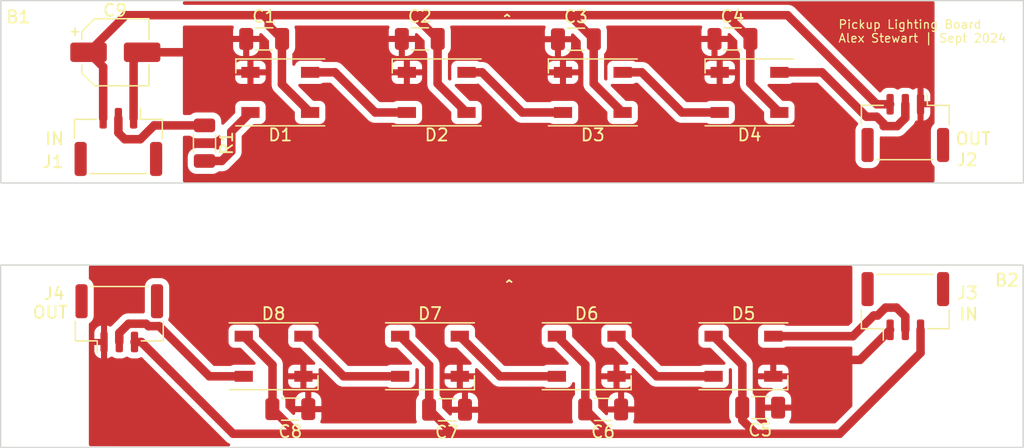
<source format=kicad_pcb>
(kicad_pcb (version 20221018) (generator pcbnew)
  (layers (0 "F.Cu" signal) (31 "B.Cu" signal) (34 "B.Paste" user) (35 "F.Paste" user) (36 "B.SilkS" user "B.Silkscreen") (37 "F.SilkS" user "F.Silkscreen") (38 "B.Mask" user) (39 "F.Mask" user) (44 "Edge.Cuts" user))
  (net 0 "")
  (net 1 "GND")
  (net 2 "VDD")
  (net 3 "GND1")
  (net 4 "VDDA")
  (net 5 "Net-(D1-DOUT)")
  (net 6 "Net-(D1-DIN)")
  (net 7 "Net-(D2-DOUT)")
  (net 8 "Net-(D3-DOUT)")
  (net 9 "Net-(D4-DOUT)")
  (net 10 "Net-(D5-DOUT)")
  (net 11 "Net-(D5-DIN)")
  (net 12 "Net-(D6-DOUT)")
  (net 13 "Net-(D7-DOUT)")
  (net 14 "Net-(D8-DOUT)")
  (net 15 "Net-(J1-Pin_2)")
  (footprint "Resistor_SMD:R_1206_3216Metric" (layer "F.Cu") (at 129.275 29.175 -90)
    (fp_text reference "R1" (at 0 -1.82 90) (layer "F.SilkS"))
    (fp_text value "470R" hide)
    (fp_line (start -0.727064 -0.91) (end 0.727064 -0.91) (stroke (width 0.12)) (layer "F.SilkS"))
    (fp_line (start -0.727064 0.91) (end 0.727064 0.91) (stroke (width 0.12)) (layer "F.SilkS"))
    (pad "1" smd roundrect (at -1.4625 0 270) (size 1.125 1.75) (layers "F.Cu" "F.Paste" "F.Mask") (roundrect_rratio 0.2222222222) (net 15 "Net-(J1-Pin_2)"))
    (pad "2" smd roundrect (at 1.4625 0 270) (size 1.125 1.75) (layers "F.Cu" "F.Paste" "F.Mask") (roundrect_rratio 0.2222222222) (net 6 "Net-(D1-DIN)"))
  )
  (footprint "LED_SMD:LED_WS2812B_PLCC4_5.0x5.0mm_P3.2mm" (layer "F.Cu") (at 134.95 46.7)
    (fp_text reference "D8" (at 0 -3.5) (layer "F.SilkS"))
    (fp_text value "WS2812B" hide)
    (fp_line (start -3.65 -2.75) (end 3.65 -2.75) (stroke (width 0.12)) (layer "F.SilkS"))
    (fp_line (start -3.65 2.75) (end 3.65 2.75) (stroke (width 0.12)) (layer "F.SilkS"))
    (fp_line (start 3.65 2.75) (end 3.65 1.6) (stroke (width 0.12)) (layer "F.SilkS"))
    (pad "1" smd rect (at -2.45 -1.65) (size 1.5 0.9) (layers "F.Cu" "F.Paste" "F.Mask") (net 4 "VDDA"))
    (pad "2" smd rect (at -2.45 1.65) (size 1.5 0.9) (layers "F.Cu" "F.Paste" "F.Mask") (net 14 "Net-(D8-DOUT)"))
    (pad "3" smd rect (at 2.45 1.65) (size 1.5 0.9) (layers "F.Cu" "F.Paste" "F.Mask") (net 3 "GND1"))
    (pad "4" smd rect (at 2.45 -1.65) (size 1.5 0.9) (layers "F.Cu" "F.Paste" "F.Mask") (net 13 "Net-(D7-DOUT)"))
  )
  (footprint "LED_SMD:LED_WS2812B_PLCC4_5.0x5.0mm_P3.2mm" (layer "F.Cu") (at 173.55 46.7)
    (fp_text reference "D5" (at 0 -3.5) (layer "F.SilkS"))
    (fp_text value "WS2812B" hide)
    (fp_line (start -3.65 -2.75) (end 3.65 -2.75) (stroke (width 0.12)) (layer "F.SilkS"))
    (fp_line (start -3.65 2.75) (end 3.65 2.75) (stroke (width 0.12)) (layer "F.SilkS"))
    (fp_line (start 3.65 2.75) (end 3.65 1.6) (stroke (width 0.12)) (layer "F.SilkS"))
    (pad "1" smd rect (at -2.45 -1.65) (size 1.5 0.9) (layers "F.Cu" "F.Paste" "F.Mask") (net 4 "VDDA"))
    (pad "2" smd rect (at -2.45 1.65) (size 1.5 0.9) (layers "F.Cu" "F.Paste" "F.Mask") (net 10 "Net-(D5-DOUT)"))
    (pad "3" smd rect (at 2.45 1.65) (size 1.5 0.9) (layers "F.Cu" "F.Paste" "F.Mask") (net 3 "GND1"))
    (pad "4" smd rect (at 2.45 -1.65) (size 1.5 0.9) (layers "F.Cu" "F.Paste" "F.Mask") (net 11 "Net-(D5-DIN)"))
  )
  (footprint "Capacitor_SMD:C_1206_3216Metric" (layer "F.Cu") (at 146.9625 20.6)
    (fp_text reference "C2" (at 0 -1.85) (layer "F.SilkS"))
    (fp_text value "100nf")
    (fp_line (start -0.711252 -0.91) (end 0.711252 -0.91) (stroke (width 0.12)) (layer "F.SilkS"))
    (fp_line (start -0.711252 0.91) (end 0.711252 0.91) (stroke (width 0.12)) (layer "F.SilkS"))
    (pad "1" smd roundrect (at -1.475 0) (size 1.15 1.8) (layers "F.Cu" "F.Paste" "F.Mask") (roundrect_rratio 0.2173913043) (net 1 "GND"))
    (pad "2" smd roundrect (at 1.475 0) (size 1.15 1.8) (layers "F.Cu" "F.Paste" "F.Mask") (roundrect_rratio 0.2173913043) (net 2 "VDD"))
  )
  (footprint "Capacitor_SMD:CP_Elec_5x5.4" (layer "F.Cu") (at 121.95 21.7)
    (fp_text reference "C9" (at -0.025 -3.45) (layer "F.SilkS"))
    (fp_text value "100uf 10V" hide)
    (fp_line (start -3.625 -1.685) (end -3 -1.685) (stroke (width 0.12)) (layer "F.SilkS"))
    (fp_line (start -3.3125 -1.9975) (end -3.3125 -1.3725) (stroke (width 0.12)) (layer "F.SilkS"))
    (fp_line (start -2.76 -1.695563) (end -2.76 -1.06) (stroke (width 0.12)) (layer "F.SilkS"))
    (fp_line (start -2.76 -1.695563) (end -1.695563 -2.76) (stroke (width 0.12)) (layer "F.SilkS"))
    (fp_line (start -2.76 1.695563) (end -2.76 1.06) (stroke (width 0.12)) (layer "F.SilkS"))
    (fp_line (start -2.76 1.695563) (end -1.695563 2.76) (stroke (width 0.12)) (layer "F.SilkS"))
    (fp_line (start -1.695563 -2.76) (end 2.76 -2.76) (stroke (width 0.12)) (layer "F.SilkS"))
    (fp_line (start -1.695563 2.76) (end 2.76 2.76) (stroke (width 0.12)) (layer "F.SilkS"))
    (fp_line (start 2.76 -2.76) (end 2.76 -1.06) (stroke (width 0.12)) (layer "F.SilkS"))
    (fp_line (start 2.76 2.76) (end 2.76 1.06) (stroke (width 0.12)) (layer "F.SilkS"))
    (pad "1" smd roundrect (at -2.2 0) (size 3 1.6) (layers "F.Cu" "F.Paste" "F.Mask") (roundrect_rratio 0.15625) (net 2 "VDD"))
    (pad "2" smd roundrect (at 2.2 0) (size 3 1.6) (layers "F.Cu" "F.Paste" "F.Mask") (roundrect_rratio 0.15625) (net 1 "GND"))
  )
  (footprint "MountingHole:MountingHole_2.5mm" (layer "F.Cu") (at 115.35 46.75)
    (fp_text reference "REF**" hide)
    (fp_text value "MountingHole_2.5mm" hide)
    (pad "" np_thru_hole circle (at 0 0) (size 2.5 2.5) (drill 2.5) (layers "F&B.Cu" "*.Mask"))
  )
  (footprint "Connector_JST:JST_GH_BM03B-GHS-TBT_1x03-1MP_P1.25mm_Vertical" (layer "F.Cu") (at 122.275 43.575)
    (fp_text reference "J4" (at -5.35 -2.025) (layer "F.SilkS"))
    (fp_text value "Board 2 Out")
    (fp_line (start -3.61 0.26) (end -3.61 1.86) (stroke (width 0.12)) (layer "F.SilkS"))
    (fp_line (start -3.61 1.86) (end -1.81 1.86) (stroke (width 0.12)) (layer "F.SilkS"))
    (fp_line (start -2.34 -2.61) (end 2.34 -2.61) (stroke (width 0.12)) (layer "F.SilkS"))
    (fp_line (start -1.81 1.86) (end -1.81 2.8) (stroke (width 0.12)) (layer "F.SilkS"))
    (fp_line (start 3.61 0.26) (end 3.61 1.86) (stroke (width 0.12)) (layer "F.SilkS"))
    (fp_line (start 3.61 1.86) (end 1.81 1.86) (stroke (width 0.12)) (layer "F.SilkS"))
    (pad "1" smd roundrect (at -1.25 1.95) (size 0.6 1.7) (layers "F.Cu" "F.Paste" "F.Mask") (net 3 "GND1"))
    (pad "2" smd roundrect (at 0 1.95) (size 0.6 1.7) (layers "F.Cu" "F.Paste" "F.Mask") (net 14 "Net-(D8-DOUT)"))
    (pad "3" smd roundrect (at 1.25 1.95) (size 0.6 1.7) (layers "F.Cu" "F.Paste" "F.Mask") (net 4 "VDDA"))
    (pad "MP" smd roundrect (at -3.1 -1.4) (size 1 2.8) (layers "F.Cu" "F.Paste" "F.Mask"))
    (pad "MP" smd roundrect (at 3.1 -1.4) (size 1 2.8) (layers "F.Cu" "F.Paste" "F.Mask"))
  )
  (footprint "Connector_JST:JST_GH_BM03B-GHS-TBT_1x03-1MP_P1.25mm_Vertical" (layer "F.Cu") (at 186.85 27.925 180)
    (fp_text reference "J2" (at -5.075 -2.625) (layer "F.SilkS"))
    (fp_text value "Board 1 Out")
    (fp_line (start -3.61 0.26) (end -3.61 1.86) (stroke (width 0.12)) (layer "F.SilkS"))
    (fp_line (start -3.61 1.86) (end -1.81 1.86) (stroke (width 0.12)) (layer "F.SilkS"))
    (fp_line (start -2.34 -2.61) (end 2.34 -2.61) (stroke (width 0.12)) (layer "F.SilkS"))
    (fp_line (start -1.81 1.86) (end -1.81 2.8) (stroke (width 0.12)) (layer "F.SilkS"))
    (fp_line (start 3.61 0.26) (end 3.61 1.86) (stroke (width 0.12)) (layer "F.SilkS"))
    (fp_line (start 3.61 1.86) (end 1.81 1.86) (stroke (width 0.12)) (layer "F.SilkS"))
    (pad "1" smd roundrect (at -1.25 1.95 180) (size 0.6 1.7) (layers "F.Cu" "F.Paste" "F.Mask") (net 1 "GND"))
    (pad "2" smd roundrect (at 0 1.95 180) (size 0.6 1.7) (layers "F.Cu" "F.Paste" "F.Mask") (net 9 "Net-(D4-DOUT)"))
    (pad "3" smd roundrect (at 1.25 1.95 180) (size 0.6 1.7) (layers "F.Cu" "F.Paste" "F.Mask") (net 2 "VDD"))
    (pad "MP" smd roundrect (at -3.1 -1.4 180) (size 1 2.8) (layers "F.Cu" "F.Paste" "F.Mask"))
    (pad "MP" smd roundrect (at 3.1 -1.4 180) (size 1 2.8) (layers "F.Cu" "F.Paste" "F.Mask"))
  )
  (footprint "LED_SMD:LED_WS2812B_PLCC4_5.0x5.0mm_P3.2mm" (layer "F.Cu") (at 148.35 25 180)
    (fp_text reference "D2" (at 0 -3.5) (layer "F.SilkS"))
    (fp_text value "WS2812B" hide)
    (fp_line (start -3.65 -2.75) (end 3.65 -2.75) (stroke (width 0.12)) (layer "F.SilkS"))
    (fp_line (start -3.65 2.75) (end 3.65 2.75) (stroke (width 0.12)) (layer "F.SilkS"))
    (fp_line (start 3.65 2.75) (end 3.65 1.6) (stroke (width 0.12)) (layer "F.SilkS"))
    (pad "1" smd rect (at -2.45 -1.65 180) (size 1.5 0.9) (layers "F.Cu" "F.Paste" "F.Mask") (net 2 "VDD"))
    (pad "2" smd rect (at -2.45 1.65 180) (size 1.5 0.9) (layers "F.Cu" "F.Paste" "F.Mask") (net 7 "Net-(D2-DOUT)"))
    (pad "3" smd rect (at 2.45 1.65 180) (size 1.5 0.9) (layers "F.Cu" "F.Paste" "F.Mask") (net 1 "GND"))
    (pad "4" smd rect (at 2.45 -1.65 180) (size 1.5 0.9) (layers "F.Cu" "F.Paste" "F.Mask") (net 5 "Net-(D1-DOUT)"))
  )
  (footprint "Capacitor_SMD:C_1206_3216Metric" (layer "F.Cu") (at 172.65 20.6)
    (fp_text reference "C4" (at 0 -1.85) (layer "F.SilkS"))
    (fp_text value "100nf")
    (fp_line (start -0.711252 -0.91) (end 0.711252 -0.91) (stroke (width 0.12)) (layer "F.SilkS"))
    (fp_line (start -0.711252 0.91) (end 0.711252 0.91) (stroke (width 0.12)) (layer "F.SilkS"))
    (pad "1" smd roundrect (at -1.475 0) (size 1.15 1.8) (layers "F.Cu" "F.Paste" "F.Mask") (roundrect_rratio 0.2173913043) (net 1 "GND"))
    (pad "2" smd roundrect (at 1.475 0) (size 1.15 1.8) (layers "F.Cu" "F.Paste" "F.Mask") (roundrect_rratio 0.2173913043) (net 2 "VDD"))
  )
  (footprint "Capacitor_SMD:C_1206_3216Metric" (layer "F.Cu") (at 149.2 51.1 180)
    (fp_text reference "C7" (at 0 -1.85 180) (layer "F.SilkS"))
    (fp_text value "100nf")
    (fp_line (start -0.711252 -0.91) (end 0.711252 -0.91) (stroke (width 0.12)) (layer "F.SilkS"))
    (fp_line (start -0.711252 0.91) (end 0.711252 0.91) (stroke (width 0.12)) (layer "F.SilkS"))
    (pad "1" smd roundrect (at -1.475 0 180) (size 1.15 1.8) (layers "F.Cu" "F.Paste" "F.Mask") (roundrect_rratio 0.2173913043) (net 3 "GND1"))
    (pad "2" smd roundrect (at 1.475 0 180) (size 1.15 1.8) (layers "F.Cu" "F.Paste" "F.Mask") (roundrect_rratio 0.2173913043) (net 4 "VDDA"))
  )
  (footprint "Capacitor_SMD:C_1206_3216Metric" (layer "F.Cu") (at 159.7875 20.625)
    (fp_text reference "C3" (at 0 -1.85) (layer "F.SilkS"))
    (fp_text value "100nf")
    (fp_line (start -0.711252 -0.91) (end 0.711252 -0.91) (stroke (width 0.12)) (layer "F.SilkS"))
    (fp_line (start -0.711252 0.91) (end 0.711252 0.91) (stroke (width 0.12)) (layer "F.SilkS"))
    (pad "1" smd roundrect (at -1.475 0) (size 1.15 1.8) (layers "F.Cu" "F.Paste" "F.Mask") (roundrect_rratio 0.2173913043) (net 1 "GND"))
    (pad "2" smd roundrect (at 1.475 0) (size 1.15 1.8) (layers "F.Cu" "F.Paste" "F.Mask") (roundrect_rratio 0.2173913043) (net 2 "VDD"))
  )
  (footprint "MountingHole:MountingHole_2.5mm" (layer "F.Cu") (at 115.375 25)
    (fp_text reference "REF**" hide)
    (fp_text value "MountingHole_2.5mm" hide)
    (pad "" np_thru_hole circle (at 0 0) (size 2.5 2.5) (drill 2.5) (layers "F&B.Cu" "*.Mask"))
  )
  (footprint "Capacitor_SMD:C_1206_3216Metric" (layer "F.Cu") (at 136.325 51.05 180)
    (fp_text reference "C8" (at 0 -1.85 180) (layer "F.SilkS"))
    (fp_text value "100nf")
    (fp_line (start -0.711252 -0.91) (end 0.711252 -0.91) (stroke (width 0.12)) (layer "F.SilkS"))
    (fp_line (start -0.711252 0.91) (end 0.711252 0.91) (stroke (width 0.12)) (layer "F.SilkS"))
    (pad "1" smd roundrect (at -1.475 0 180) (size 1.15 1.8) (layers "F.Cu" "F.Paste" "F.Mask") (roundrect_rratio 0.2173913043) (net 3 "GND1"))
    (pad "2" smd roundrect (at 1.475 0 180) (size 1.15 1.8) (layers "F.Cu" "F.Paste" "F.Mask") (roundrect_rratio 0.2173913043) (net 4 "VDDA"))
  )
  (footprint "MountingHole:MountingHole_2.5mm" (layer "F.Cu") (at 193.7 46.75)
    (fp_text reference "REF**" hide)
    (fp_text value "MountingHole_2.5mm" hide)
    (pad "" np_thru_hole circle (at 0 0) (size 2.5 2.5) (drill 2.5) (layers "F&B.Cu" "*.Mask"))
  )
  (footprint "Connector_JST:JST_GH_BM03B-GHS-TBT_1x03-1MP_P1.25mm_Vertical" (layer "F.Cu") (at 186.85 42.575)
    (fp_text reference "J3" (at 5.1 -1.075) (layer "F.SilkS"))
    (fp_text value "Board 2 In")
    (fp_line (start -3.61 0.26) (end -3.61 1.86) (stroke (width 0.12)) (layer "F.SilkS"))
    (fp_line (start -3.61 1.86) (end -1.81 1.86) (stroke (width 0.12)) (layer "F.SilkS"))
    (fp_line (start -2.34 -2.61) (end 2.34 -2.61) (stroke (width 0.12)) (layer "F.SilkS"))
    (fp_line (start -1.81 1.86) (end -1.81 2.8) (stroke (width 0.12)) (layer "F.SilkS"))
    (fp_line (start 3.61 0.26) (end 3.61 1.86) (stroke (width 0.12)) (layer "F.SilkS"))
    (fp_line (start 3.61 1.86) (end 1.81 1.86) (stroke (width 0.12)) (layer "F.SilkS"))
    (pad "1" smd roundrect (at -1.25 1.95) (size 0.6 1.7) (layers "F.Cu" "F.Paste" "F.Mask") (net 3 "GND1"))
    (pad "2" smd roundrect (at 0 1.95) (size 0.6 1.7) (layers "F.Cu" "F.Paste" "F.Mask") (net 11 "Net-(D5-DIN)"))
    (pad "3" smd roundrect (at 1.25 1.95) (size 0.6 1.7) (layers "F.Cu" "F.Paste" "F.Mask") (net 4 "VDDA"))
    (pad "MP" smd roundrect (at -3.1 -1.4) (size 1 2.8) (layers "F.Cu" "F.Paste" "F.Mask"))
    (pad "MP" smd roundrect (at 3.1 -1.4) (size 1 2.8) (layers "F.Cu" "F.Paste" "F.Mask"))
  )
  (footprint "MountingHole:MountingHole_2.5mm" (layer "F.Cu") (at 193.725 25)
    (fp_text reference "REF**" hide)
    (fp_text value "MountingHole_2.5mm" hide)
    (pad "" np_thru_hole circle (at 0 0) (size 2.5 2.5) (drill 2.5) (layers "*.Cu" "*.Mask"))
  )
  (footprint "Capacitor_SMD:C_1206_3216Metric" (layer "F.Cu") (at 134.175 20.6)
    (fp_text reference "C1" (at 0 -1.85) (layer "F.SilkS"))
    (fp_text value "100nf")
    (fp_line (start -0.711252 -0.91) (end 0.711252 -0.91) (stroke (width 0.12)) (layer "F.SilkS"))
    (fp_line (start -0.711252 0.91) (end 0.711252 0.91) (stroke (width 0.12)) (layer "F.SilkS"))
    (pad "1" smd roundrect (at -1.475 0) (size 1.15 1.8) (layers "F.Cu" "F.Paste" "F.Mask") (roundrect_rratio 0.2173913043) (net 1 "GND"))
    (pad "2" smd roundrect (at 1.475 0) (size 1.15 1.8) (layers "F.Cu" "F.Paste" "F.Mask") (roundrect_rratio 0.2173913043) (net 2 "VDD"))
  )
  (footprint "Capacitor_SMD:C_1206_3216Metric" (layer "F.Cu") (at 174.925 50.925 180)
    (fp_text reference "C5" (at 0 -1.85 180) (layer "F.SilkS"))
    (fp_text value "100nf")
    (fp_line (start -0.711252 -0.91) (end 0.711252 -0.91) (stroke (width 0.12)) (layer "F.SilkS"))
    (fp_line (start -0.711252 0.91) (end 0.711252 0.91) (stroke (width 0.12)) (layer "F.SilkS"))
    (pad "1" smd roundrect (at -1.475 0 180) (size 1.15 1.8) (layers "F.Cu" "F.Paste" "F.Mask") (roundrect_rratio 0.2173913043) (net 3 "GND1"))
    (pad "2" smd roundrect (at 1.475 0 180) (size 1.15 1.8) (layers "F.Cu" "F.Paste" "F.Mask") (roundrect_rratio 0.2173913043) (net 4 "VDDA"))
  )
  (footprint "LED_SMD:LED_WS2812B_PLCC4_5.0x5.0mm_P3.2mm" (layer "F.Cu") (at 147.8 46.7)
    (fp_text reference "D7" (at 0 -3.5) (layer "F.SilkS"))
    (fp_text value "WS2812B" hide)
    (fp_line (start -3.65 -2.75) (end 3.65 -2.75) (stroke (width 0.12)) (layer "F.SilkS"))
    (fp_line (start -3.65 2.75) (end 3.65 2.75) (stroke (width 0.12)) (layer "F.SilkS"))
    (fp_line (start 3.65 2.75) (end 3.65 1.6) (stroke (width 0.12)) (layer "F.SilkS"))
    (pad "1" smd rect (at -2.45 -1.65) (size 1.5 0.9) (layers "F.Cu" "F.Paste" "F.Mask") (net 4 "VDDA"))
    (pad "2" smd rect (at -2.45 1.65) (size 1.5 0.9) (layers "F.Cu" "F.Paste" "F.Mask") (net 13 "Net-(D7-DOUT)"))
    (pad "3" smd rect (at 2.45 1.65) (size 1.5 0.9) (layers "F.Cu" "F.Paste" "F.Mask") (net 3 "GND1"))
    (pad "4" smd rect (at 2.45 -1.65) (size 1.5 0.9) (layers "F.Cu" "F.Paste" "F.Mask") (net 12 "Net-(D6-DOUT)"))
  )
  (footprint "LED_SMD:LED_WS2812B_PLCC4_5.0x5.0mm_P3.2mm" (layer "F.Cu") (at 135.5 25 180)
    (fp_text reference "D1" (at 0 -3.5) (layer "F.SilkS"))
    (fp_text value "WS2812B" hide)
    (fp_line (start -3.65 -2.75) (end 3.65 -2.75) (stroke (width 0.12)) (layer "F.SilkS"))
    (fp_line (start -3.65 2.75) (end 3.65 2.75) (stroke (width 0.12)) (layer "F.SilkS"))
    (fp_line (start 3.65 2.75) (end 3.65 1.6) (stroke (width 0.12)) (layer "F.SilkS"))
    (pad "1" smd rect (at -2.45 -1.65 180) (size 1.5 0.9) (layers "F.Cu" "F.Paste" "F.Mask") (net 2 "VDD"))
    (pad "2" smd rect (at -2.45 1.65 180) (size 1.5 0.9) (layers "F.Cu" "F.Paste" "F.Mask") (net 5 "Net-(D1-DOUT)"))
    (pad "3" smd rect (at 2.45 1.65 180) (size 1.5 0.9) (layers "F.Cu" "F.Paste" "F.Mask") (net 1 "GND"))
    (pad "4" smd rect (at 2.45 -1.65 180) (size 1.5 0.9) (layers "F.Cu" "F.Paste" "F.Mask") (net 6 "Net-(D1-DIN)"))
  )
  (footprint "LED_SMD:LED_WS2812B_PLCC4_5.0x5.0mm_P3.2mm" (layer "F.Cu") (at 161.175 25 180)
    (fp_text reference "D3" (at 0 -3.5) (layer "F.SilkS"))
    (fp_text value "WS2812B" hide)
    (fp_line (start -3.65 -2.75) (end 3.65 -2.75) (stroke (width 0.12)) (layer "F.SilkS"))
    (fp_line (start -3.65 2.75) (end 3.65 2.75) (stroke (width 0.12)) (layer "F.SilkS"))
    (fp_line (start 3.65 2.75) (end 3.65 1.6) (stroke (width 0.12)) (layer "F.SilkS"))
    (pad "1" smd rect (at -2.45 -1.65 180) (size 1.5 0.9) (layers "F.Cu" "F.Paste" "F.Mask") (net 2 "VDD"))
    (pad "2" smd rect (at -2.45 1.65 180) (size 1.5 0.9) (layers "F.Cu" "F.Paste" "F.Mask") (net 8 "Net-(D3-DOUT)"))
    (pad "3" smd rect (at 2.45 1.65 180) (size 1.5 0.9) (layers "F.Cu" "F.Paste" "F.Mask") (net 1 "GND"))
    (pad "4" smd rect (at 2.45 -1.65 180) (size 1.5 0.9) (layers "F.Cu" "F.Paste" "F.Mask") (net 7 "Net-(D2-DOUT)"))
  )
  (footprint "LED_SMD:LED_WS2812B_PLCC4_5.0x5.0mm_P3.2mm" (layer "F.Cu") (at 174.05 25 180)
    (fp_text reference "D4" (at 0 -3.5) (layer "F.SilkS"))
    (fp_text value "WS2812B" hide)
    (fp_line (start -3.65 -2.75) (end 3.65 -2.75) (stroke (width 0.12)) (layer "F.SilkS"))
    (fp_line (start -3.65 2.75) (end 3.65 2.75) (stroke (width 0.12)) (layer "F.SilkS"))
    (fp_line (start 3.65 2.75) (end 3.65 1.6) (stroke (width 0.12)) (layer "F.SilkS"))
    (pad "1" smd rect (at -2.45 -1.65 180) (size 1.5 0.9) (layers "F.Cu" "F.Paste" "F.Mask") (net 2 "VDD"))
    (pad "2" smd rect (at -2.45 1.65 180) (size 1.5 0.9) (layers "F.Cu" "F.Paste" "F.Mask") (net 9 "Net-(D4-DOUT)"))
    (pad "3" smd rect (at 2.45 1.65 180) (size 1.5 0.9) (layers "F.Cu" "F.Paste" "F.Mask") (net 1 "GND"))
    (pad "4" smd rect (at 2.45 -1.65 180) (size 1.5 0.9) (layers "F.Cu" "F.Paste" "F.Mask") (net 8 "Net-(D3-DOUT)"))
  )
  (footprint "LED_SMD:LED_WS2812B_PLCC4_5.0x5.0mm_P3.2mm" (layer "F.Cu") (at 160.675 46.7)
    (fp_text reference "D6" (at 0 -3.5) (layer "F.SilkS"))
    (fp_text value "WS2812B" hide)
    (fp_line (start -3.65 -2.75) (end 3.65 -2.75) (stroke (width 0.12)) (layer "F.SilkS"))
    (fp_line (start -3.65 2.75) (end 3.65 2.75) (stroke (width 0.12)) (layer "F.SilkS"))
    (fp_line (start 3.65 2.75) (end 3.65 1.6) (stroke (width 0.12)) (layer "F.SilkS"))
    (pad "1" smd rect (at -2.45 -1.65) (size 1.5 0.9) (layers "F.Cu" "F.Paste" "F.Mask") (net 4 "VDDA"))
    (pad "2" smd rect (at -2.45 1.65) (size 1.5 0.9) (layers "F.Cu" "F.Paste" "F.Mask") (net 12 "Net-(D6-DOUT)"))
    (pad "3" smd rect (at 2.45 1.65) (size 1.5 0.9) (layers "F.Cu" "F.Paste" "F.Mask") (net 3 "GND1"))
    (pad "4" smd rect (at 2.45 -1.65) (size 1.5 0.9) (layers "F.Cu" "F.Paste" "F.Mask") (net 10 "Net-(D5-DOUT)"))
  )
  (footprint "Capacitor_SMD:C_1206_3216Metric" (layer "F.Cu") (at 162.025 51.075 180)
    (fp_text reference "C6" (at 0 -1.85 180) (layer "F.SilkS"))
    (fp_text value "100nf")
    (fp_line (start -0.711252 -0.91) (end 0.711252 -0.91) (stroke (width 0.12)) (layer "F.SilkS"))
    (fp_line (start -0.711252 0.91) (end 0.711252 0.91) (stroke (width 0.12)) (layer "F.SilkS"))
    (pad "1" smd roundrect (at -1.475 0 180) (size 1.15 1.8) (layers "F.Cu" "F.Paste" "F.Mask") (roundrect_rratio 0.2173913043) (net 3 "GND1"))
    (pad "2" smd roundrect (at 1.475 0 180) (size 1.15 1.8) (layers "F.Cu" "F.Paste" "F.Mask") (roundrect_rratio 0.2173913043) (net 4 "VDDA"))
  )
  (footprint "Connector_JST:JST_GH_BM03B-GHS-TBT_1x03-1MP_P1.25mm_Vertical" (layer "F.Cu") (at 122.2 29.075 180)
    (fp_text reference "J1" (at 5.375 -1.625) (layer "F.SilkS"))
    (fp_text value "Board 1 In")
    (fp_line (start -3.61 0.26) (end -3.61 1.86) (stroke (width 0.12)) (layer "F.SilkS"))
    (fp_line (start -3.61 1.86) (end -1.81 1.86) (stroke (width 0.12)) (layer "F.SilkS"))
    (fp_line (start -2.34 -2.61) (end 2.34 -2.61) (stroke (width 0.12)) (layer "F.SilkS"))
    (fp_line (start -1.81 1.86) (end -1.81 2.8) (stroke (width 0.12)) (layer "F.SilkS"))
    (fp_line (start 3.61 0.26) (end 3.61 1.86) (stroke (width 0.12)) (layer "F.SilkS"))
    (fp_line (start 3.61 1.86) (end 1.81 1.86) (stroke (width 0.12)) (layer "F.SilkS"))
    (pad "1" smd roundrect (at -1.25 1.95 180) (size 0.6 1.7) (layers "F.Cu" "F.Paste" "F.Mask") (net 1 "GND"))
    (pad "2" smd roundrect (at 0 1.95 180) (size 0.6 1.7) (layers "F.Cu" "F.Paste" "F.Mask") (net 15 "Net-(J1-Pin_2)"))
    (pad "3" smd roundrect (at 1.25 1.95 180) (size 0.6 1.7) (layers "F.Cu" "F.Paste" "F.Mask") (net 2 "VDD"))
    (pad "MP" smd roundrect (at -3.1 -1.4 180) (size 1 2.8) (layers "F.Cu" "F.Paste" "F.Mask"))
    (pad "MP" smd roundrect (at 3.1 -1.4 180) (size 1 2.8) (layers "F.Cu" "F.Paste" "F.Mask"))
  )
  (gr_rect (start 112.55 17.45) (end 196.55 32.45) (stroke (width 0.1)) (fill none) (layer "Edge.Cuts"))
  (gr_rect (start 112.525 39.2) (end 196.525 54.2) (stroke (width 0.1)) (fill none) (layer "Edge.Cuts"))
  (gr_text "IN" (at 116.1 29.4) (layer "F.SilkS") (effects (font (size 1 1)) (justify left bottom)))
  (gr_text "OUT" (at 190.9 29.4) (layer "F.SilkS") (effects (font (size 1 1)) (justify left bottom)))
  (gr_text "B1" (at 112.9 19.375) (layer "F.SilkS") (effects (font (size 1 1)) (justify left bottom)))
  (gr_text "^" (at 153.925 41.625) (layer "F.SilkS") (effects (font (size 1 1)) (justify left bottom)))
  (gr_text "Pickup Lighting Board\nAlex Stewart | Sept 2024" (at 181.3 20.95) (layer "F.SilkS") (effects (font (size 0.7 0.7) (thickness 0.1)) (justify left bottom)))
  (gr_text "OUT" (at 115.075 43.675) (layer "F.SilkS") (effects (font (size 1 1)) (justify left bottom)))
  (gr_text "^" (at 153.75 19.775) (layer "F.SilkS") (effects (font (size 1 1)) (justify left bottom)))
  (gr_text "B2" (at 194.125 41.025) (layer "F.SilkS") (effects (font (size 1 1)) (justify left bottom)))
  (gr_text "IN" (at 191.2 43.825) (layer "F.SilkS") (effects (font (size 1 1)) (justify left bottom)))
  (segment (start 123.45 27.125) (end 123.45 22.4) (width 0.7) (layer "F.Cu") (net 1))
  (segment (start 124.15 21.7) (end 127.975 21.7) (width 0.7) (layer "F.Cu") (net 1))
  (segment (start 127.975 21.7) (end 128.025 21.65) (width 0.7) (layer "F.Cu") (net 1))
  (segment (start 123.45 22.4) (end 124.15 21.7) (width 0.7) (layer "F.Cu") (net 1))
  (segment (start 134.125 18.65) (end 146.475 18.65) (width 0.7) (layer "F.Cu") (net 2))
  (segment (start 159.275 18.65) (end 161.25 20.625) (width 0.7) (layer "F.Cu") (net 2))
  (segment (start 119.75 21.7) (end 122.8 18.65) (width 0.7) (layer "F.Cu") (net 2))
  (segment (start 135.6375 20.6) (end 135.6375 24.3375) (width 0.7) (layer "F.Cu") (net 2))
  (segment (start 146.475 18.65) (end 159.275 18.65) (width 0.7) (layer "F.Cu") (net 2))
  (segment (start 161.25 20.625) (end 161.25 24.275) (width 0.7) (layer "F.Cu") (net 2))
  (segment (start 174.1125 20.6) (end 174.1125 24.2625) (width 0.7) (layer "F.Cu") (net 2))
  (segment (start 135.6375 24.3375) (end 137.95 26.65) (width 0.7) (layer "F.Cu") (net 2))
  (segment (start 184.5 25.975) (end 185.6 25.975) (width 0.7) (layer "F.Cu") (net 2))
  (segment (start 134.125 18.65) (end 134.55 19.075) (width 0.7) (layer "F.Cu") (net 2))
  (segment (start 148.425 24.275) (end 150.8 26.65) (width 0.7) (layer "F.Cu") (net 2))
  (segment (start 172.1625 18.65) (end 174.1125 20.6) (width 0.7) (layer "F.Cu") (net 2))
  (segment (start 134.55 19.5125) (end 135.6375 20.6) (width 0.7) (layer "F.Cu") (net 2))
  (segment (start 159.275 18.65) (end 172.1625 18.65) (width 0.7) (layer "F.Cu") (net 2))
  (segment (start 148.425 20.6) (end 148.425 24.275) (width 0.7) (layer "F.Cu") (net 2))
  (segment (start 174.1125 24.2625) (end 176.5 26.65) (width 0.7) (layer "F.Cu") (net 2))
  (segment (start 120.95 27.125) (end 120.95 22.9) (width 0.7) (layer "F.Cu") (net 2))
  (segment (start 120.95 22.9) (end 119.75 21.7) (width 0.7) (layer "F.Cu") (net 2))
  (segment (start 177.175 18.65) (end 184.5 25.975) (width 0.7) (layer "F.Cu") (net 2))
  (segment (start 161.25 24.275) (end 163.625 26.65) (width 0.7) (layer "F.Cu") (net 2))
  (segment (start 172.1625 18.65) (end 177.175 18.65) (width 0.7) (layer "F.Cu") (net 2))
  (segment (start 134.55 19.075) (end 134.55 19.5125) (width 0.7) (layer "F.Cu") (net 2))
  (segment (start 122.8 18.65) (end 134.125 18.65) (width 0.7) (layer "F.Cu") (net 2))
  (segment (start 146.475 18.65) (end 148.425 20.6) (width 0.7) (layer "F.Cu") (net 2))
  (segment (start 183.125 47) (end 182.375 47) (width 0.7) (layer "F.Cu") (net 3))
  (segment (start 185.6 44.525) (end 183.125 47) (width 0.7) (layer "F.Cu") (net 3))
  (segment (start 174.575 53.075) (end 173.4625 51.9625) (width 0.7) (layer "F.Cu") (net 4))
  (segment (start 173.4625 47.4125) (end 171.1 45.05) (width 0.7) (layer "F.Cu") (net 4))
  (segment (start 147.7375 51.1) (end 147.7375 47.4375) (width 0.7) (layer "F.Cu") (net 4))
  (segment (start 160.5625 47.3875) (end 158.225 45.05) (width 0.7) (layer "F.Cu") (net 4))
  (segment (start 147.7375 47.4375) (end 145.35 45.05) (width 0.7) (layer "F.Cu") (net 4))
  (segment (start 174.575 53.075) (end 162.5625 53.075) (width 0.7) (layer "F.Cu") (net 4))
  (segment (start 160.5625 51.075) (end 160.5625 47.3875) (width 0.7) (layer "F.Cu") (net 4))
  (segment (start 173.4625 50.925) (end 173.4625 47.4125) (width 0.7) (layer "F.Cu") (net 4))
  (segment (start 149.7125 53.075) (end 147.7375 51.1) (width 0.7) (layer "F.Cu") (net 4))
  (segment (start 136.8875 53.075) (end 134.8625 51.05) (width 0.7) (layer "F.Cu") (net 4))
  (segment (start 131.625 53.075) (end 124.075 45.525) (width 0.7) (layer "F.Cu") (net 4))
  (segment (start 188.1 44.525) (end 188.1 46.425) (width 0.7) (layer "F.Cu") (net 4))
  (segment (start 162.5625 53.075) (end 149.7125 53.075) (width 0.7) (layer "F.Cu") (net 4))
  (segment (start 173.4625 51.9625) (end 173.4625 50.925) (width 0.7) (layer "F.Cu") (net 4))
  (segment (start 136.8875 53.075) (end 131.625 53.075) (width 0.7) (layer "F.Cu") (net 4))
  (segment (start 124.075 45.525) (end 123.525 45.525) (width 0.7) (layer "F.Cu") (net 4))
  (segment (start 134.8625 51.05) (end 134.8625 47.4125) (width 0.7) (layer "F.Cu") (net 4))
  (segment (start 188.1 46.425) (end 181.45 53.075) (width 0.7) (layer "F.Cu") (net 4))
  (segment (start 181.45 53.075) (end 174.575 53.075) (width 0.7) (layer "F.Cu") (net 4))
  (segment (start 134.8625 47.4125) (end 132.5 45.05) (width 0.7) (layer "F.Cu") (net 4))
  (segment (start 149.7125 53.075) (end 136.8875 53.075) (width 0.7) (layer "F.Cu") (net 4))
  (segment (start 162.5625 53.075) (end 160.5625 51.075) (width 0.7) (layer "F.Cu") (net 4))
  (segment (start 143.3 26.65) (end 145.9 26.65) (width 0.7) (layer "F.Cu") (net 5))
  (segment (start 140 23.35) (end 143.3 26.65) (width 0.7) (layer "F.Cu") (net 5))
  (segment (start 137.95 23.35) (end 140 23.35) (width 0.7) (layer "F.Cu") (net 5))
  (segment (start 131.475 29.85) (end 131.475 28.225) (width 0.7) (layer "F.Cu") (net 6))
  (segment (start 130.6875 30.6375) (end 131.475 29.85) (width 0.7) (layer "F.Cu") (net 6))
  (segment (start 129.275 30.6375) (end 130.6875 30.6375) (width 0.7) (layer "F.Cu") (net 6))
  (segment (start 131.475 28.225) (end 133.05 26.65) (width 0.7) (layer "F.Cu") (net 6))
  (segment (start 150.8 23.35) (end 152.075 23.35) (width 0.7) (layer "F.Cu") (net 7))
  (segment (start 152.075 23.35) (end 155.375 26.65) (width 0.7) (layer "F.Cu") (net 7))
  (segment (start 155.375 26.65) (end 158.725 26.65) (width 0.7) (layer "F.Cu") (net 7))
  (segment (start 165.2 23.35) (end 168.5 26.65) (width 0.7) (layer "F.Cu") (net 8))
  (segment (start 163.625 23.35) (end 165.2 23.35) (width 0.7) (layer "F.Cu") (net 8))
  (segment (start 168.5 26.65) (end 171.6 26.65) (width 0.7) (layer "F.Cu") (net 8))
  (segment (start 186.85 27.1) (end 186.85 25.975) (width 0.7) (layer "F.Cu") (net 9))
  (segment (start 176.5 23.35) (end 180 23.35) (width 0.7) (layer "F.Cu") (net 9))
  (segment (start 185.075 27.575) (end 185.075 27.775) (width 0.7) (layer "F.Cu") (net 9))
  (segment (start 183.65 27) (end 184.5 27) (width 0.7) (layer "F.Cu") (net 9))
  (segment (start 180 23.35) (end 183.65 27) (width 0.7) (layer "F.Cu") (net 9))
  (segment (start 186.175 27.775) (end 186.85 27.1) (width 0.7) (layer "F.Cu") (net 9))
  (segment (start 185.075 27.775) (end 186.175 27.775) (width 0.7) (layer "F.Cu") (net 9))
  (segment (start 184.5 27) (end 185.075 27.575) (width 0.7) (layer "F.Cu") (net 9))
  (segment (start 171.1 48.35) (end 166.425 48.35) (width 0.7) (layer "F.Cu") (net 10))
  (segment (start 166.425 48.35) (end 163.125 45.05) (width 0.7) (layer "F.Cu") (net 10))
  (segment (start 186.85 43.425) (end 186.125 42.7) (width 0.7) (layer "F.Cu") (net 11))
  (segment (start 185.225 42.7) (end 184.575 43.35) (width 0.7) (layer "F.Cu") (net 11))
  (segment (start 184.575 43.35) (end 184.25 43.35) (width 0.7) (layer "F.Cu") (net 11))
  (segment (start 186.125 42.7) (end 185.225 42.7) (width 0.7) (layer "F.Cu") (net 11))
  (segment (start 184.25 43.35) (end 182.55 45.05) (width 0.7) (layer "F.Cu") (net 11))
  (segment (start 182.55 45.05) (end 176 45.05) (width 0.7) (layer "F.Cu") (net 11))
  (segment (start 186.85 44.525) (end 186.85 43.425) (width 0.7) (layer "F.Cu") (net 11))
  (segment (start 153.55 48.35) (end 150.25 45.05) (width 0.7) (layer "F.Cu") (net 12))
  (segment (start 158.225 48.35) (end 153.55 48.35) (width 0.7) (layer "F.Cu") (net 12))
  (segment (start 140.7 48.35) (end 137.4 45.05) (width 0.7) (layer "F.Cu") (net 13))
  (segment (start 145.35 48.35) (end 140.7 48.35) (width 0.7) (layer "F.Cu") (net 13))
  (segment (start 124.675 44.225) (end 124.475 44.025) (width 0.7) (layer "F.Cu") (net 14))
  (segment (start 124.475 44.025) (end 123.039472 44.025) (width 0.7) (layer "F.Cu") (net 14))
  (segment (start 123.039472 44.025) (end 122.275 44.789472) (width 0.7) (layer "F.Cu") (net 14))
  (segment (start 125.55 44.225) (end 124.675 44.225) (width 0.7) (layer "F.Cu") (net 14))
  (segment (start 129.675 48.35) (end 125.55 44.225) (width 0.7) (layer "F.Cu") (net 14))
  (segment (start 132.5 48.35) (end 129.675 48.35) (width 0.7) (layer "F.Cu") (net 14))
  (segment (start 122.275 44.789472) (end 122.275 45.525) (width 0.7) (layer "F.Cu") (net 14))
  (segment (start 125.1375 27.7125) (end 129.275 27.7125) (width 0.7) (layer "F.Cu") (net 15))
  (segment (start 122.725 28.85) (end 124 28.85) (width 0.7) (layer "F.Cu") (net 15))
  (segment (start 122.2 27.125) (end 122.2 28.325) (width 0.7) (layer "F.Cu") (net 15))
  (segment (start 124 28.85) (end 125.1375 27.7125) (width 0.7) (layer "F.Cu") (net 15))
  (segment (start 122.2 28.325) (end 122.725 28.85) (width 0.7) (layer "F.Cu") (net 15))
  (zone (net 1) (net_name "GND") (layer "F.Cu") (connect_pads (clearance 0.5)) (min_thickness 0.25) (fill yes (thermal_gap 0.5) (thermal_bridge_width 0.5))
    (polygon (pts (xy 127.5 17.5) (xy 189.25 17.5) (xy 189.25 32.4) (xy 127.5 32.4)))
  )
  (zone (net 3) (net_name "GND1") (layer "F.Cu") (priority 1) (connect_pads (clearance 0.5)) (min_thickness 0.25) (fill yes (thermal_gap 0.5) (thermal_bridge_width 0.5))
    (polygon (pts (xy 182.5 54.15) (xy 182.5 39.25) (xy 119.775 39.225) (xy 119.775 54.1)))
  )
)
</source>
